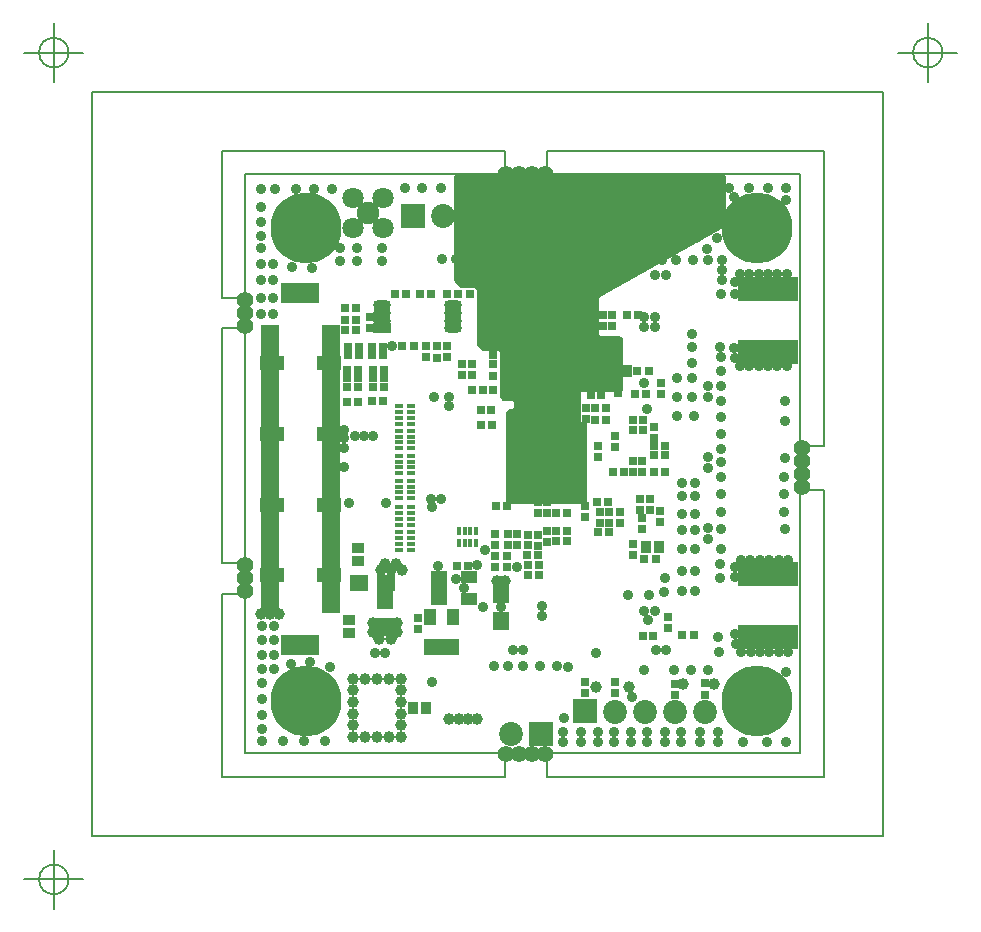
<source format=gbs>
G04 (created by PCBNEW-RS274X (2012-08-04 BZR 3667)-testing) date 10/19/2012 7:17:05 PM*
%MOIN*%
G04 Gerber Fmt 3.4, Leading zero omitted, Abs format*
%FSLAX34Y34*%
G01*
G70*
G90*
G04 APERTURE LIST*
%ADD10C,0.0017*%
%ADD11C,0.0059*%
%ADD12C,0.0077*%
%ADD13C,0.0395*%
%ADD14C,0.0357*%
%ADD15C,0.0554*%
%ADD16R,0.055X0.0588*%
%ADD17R,0.0253X0.0273*%
%ADD18R,0.0273X0.0253*%
%ADD19R,0.0392X0.0353*%
%ADD20R,0.0353X0.0392*%
%ADD21R,0.0273X0.0273*%
%ADD22R,0.0588X0.055*%
%ADD23C,0.2365*%
%ADD24R,0.2049X0.0789*%
%ADD25C,0.071*%
%ADD26C,0.075*%
%ADD27C,0.0797*%
%ADD28C,0.0675*%
%ADD29R,0.0797X0.0797*%
%ADD30R,0.0594X0.0338*%
%ADD31O,0.0594X0.0338*%
%ADD32O,0.0594X0.0337*%
%ADD33R,0.0543X0.0425*%
%ADD34R,0.0425X0.0543*%
%ADD35R,0.0632X0.0317*%
%ADD36R,0.0789X0.0475*%
%ADD37R,0.1298X0.0707*%
%ADD38R,0.0633X0.0318*%
%ADD39O,0.0273X0.0155*%
%ADD40R,0.0273X0.0155*%
%ADD41O,0.0155X0.0273*%
%ADD42R,0.0155X0.0273*%
%ADD43C,0.01*%
G04 APERTURE END LIST*
G54D10*
G54D11*
X41831Y-53937D02*
G75*
G03X41831Y-53937I-492J0D01*
G74*
G01*
X40355Y-53937D02*
X42323Y-53937D01*
X41339Y-52953D02*
X41339Y-54921D01*
X70964Y-26378D02*
G75*
G03X70964Y-26378I-492J0D01*
G74*
G01*
X69488Y-26378D02*
X71456Y-26378D01*
X70472Y-25394D02*
X70472Y-27362D01*
X41831Y-26378D02*
G75*
G03X41831Y-26378I-492J0D01*
G74*
G01*
X40355Y-26378D02*
X42323Y-26378D01*
X41339Y-25394D02*
X41339Y-27362D01*
G54D12*
X42606Y-52483D02*
X42606Y-27680D01*
X68983Y-52483D02*
X42606Y-52483D01*
X68983Y-27680D02*
X68983Y-52483D01*
X42606Y-27680D02*
X68983Y-27680D01*
X66228Y-30437D02*
X66228Y-39492D01*
X57764Y-30437D02*
X66228Y-30437D01*
X57764Y-29650D02*
X57764Y-30437D01*
X67016Y-29650D02*
X57764Y-29650D01*
X67016Y-39492D02*
X67016Y-29650D01*
X66228Y-39492D02*
X67016Y-39492D01*
X57764Y-50515D02*
X57764Y-49728D01*
X67016Y-50515D02*
X57764Y-50515D01*
X67016Y-40948D02*
X67016Y-50515D01*
X66228Y-40948D02*
X67016Y-40948D01*
X66228Y-49728D02*
X66228Y-40948D01*
X57764Y-49728D02*
X66228Y-49728D01*
X46936Y-50515D02*
X46936Y-44413D01*
X56386Y-50515D02*
X46936Y-50515D01*
X56386Y-49728D02*
X56386Y-50515D01*
X47724Y-49728D02*
X56386Y-49728D01*
X47724Y-44413D02*
X47724Y-49728D01*
X46936Y-44413D02*
X47724Y-44413D01*
X46936Y-43390D02*
X46936Y-35555D01*
X47724Y-43390D02*
X46936Y-43390D01*
X47724Y-35555D02*
X47724Y-43390D01*
X46936Y-35555D02*
X47724Y-35555D01*
X47724Y-30437D02*
X47724Y-34570D01*
X46936Y-34570D02*
X47724Y-34570D01*
X46936Y-29648D02*
X46936Y-34570D01*
X46936Y-29648D02*
X56384Y-29648D01*
X56384Y-29648D02*
X56384Y-30437D01*
X47724Y-30437D02*
X56384Y-30437D01*
G54D13*
X56102Y-43975D03*
G54D14*
X61013Y-44997D03*
X61363Y-45005D03*
X61158Y-45292D03*
X61386Y-35540D03*
X61024Y-35536D03*
X61024Y-35198D03*
X61394Y-35193D03*
X56791Y-43535D03*
X63583Y-34409D03*
G54D15*
X47725Y-34630D03*
X47725Y-35063D03*
X47725Y-35496D03*
X47725Y-44335D03*
X47725Y-43902D03*
X47725Y-43469D03*
X66268Y-39571D03*
X66268Y-40004D03*
X66268Y-40437D03*
X66268Y-40870D03*
G54D14*
X58185Y-40460D03*
X58185Y-40027D03*
X57968Y-40244D03*
X58401Y-40244D03*
X61129Y-38252D03*
X61011Y-37386D03*
X63553Y-36201D03*
X63571Y-36520D03*
X63571Y-36993D03*
X52273Y-32898D03*
X52272Y-33331D03*
X51445Y-33331D03*
X51446Y-32898D03*
X59398Y-33803D03*
X59005Y-33804D03*
X61367Y-33804D03*
X61760Y-33803D03*
X64005Y-31204D03*
X65736Y-31283D03*
X53610Y-30890D03*
X53059Y-30890D03*
X59791Y-30889D03*
X59201Y-30889D03*
X58571Y-30889D03*
X57901Y-30889D03*
X57311Y-30890D03*
X54240Y-30890D03*
X54831Y-30890D03*
X55461Y-30890D03*
X56130Y-30890D03*
X56721Y-30890D03*
X62783Y-30889D03*
X62193Y-30889D03*
X61563Y-30889D03*
X60893Y-30889D03*
X60382Y-30890D03*
X63335Y-30890D03*
X63846Y-30889D03*
X64516Y-30889D03*
X65146Y-30889D03*
X65736Y-30889D03*
X63127Y-32925D03*
X63138Y-33292D03*
X63600Y-33280D03*
X62655Y-33280D03*
X63453Y-32544D03*
X61484Y-32544D03*
X62065Y-32532D03*
X60894Y-32544D03*
X62744Y-32544D03*
X60658Y-33292D03*
X61120Y-33280D03*
X62065Y-33280D03*
X61603Y-33292D03*
X59752Y-33292D03*
X60214Y-33280D03*
X55953Y-33291D03*
X55312Y-33271D03*
X60343Y-32544D03*
X59269Y-33280D03*
X56465Y-33291D03*
X56965Y-33280D03*
X54289Y-33271D03*
X54762Y-33271D03*
X58807Y-33292D03*
X57410Y-33291D03*
X50618Y-30929D03*
X50895Y-32898D03*
X50894Y-33331D03*
X49281Y-33527D03*
X50028Y-30929D03*
X49950Y-33567D03*
X49398Y-30929D03*
X48728Y-30929D03*
X48256Y-35103D03*
X48650Y-35102D03*
X48650Y-34552D03*
X48256Y-34552D03*
X48256Y-33410D03*
X48650Y-33410D03*
X48650Y-33961D03*
X48256Y-33961D03*
X48255Y-32898D03*
X48255Y-32504D03*
X48255Y-32032D03*
X48255Y-31520D03*
X48256Y-30929D03*
X52627Y-36166D03*
X51995Y-39173D03*
X51680Y-39173D03*
X51365Y-39173D03*
X51010Y-39212D03*
X51004Y-38953D03*
X51012Y-39551D03*
X51012Y-40181D03*
X55718Y-42968D03*
X55450Y-43472D03*
X54248Y-41252D03*
X53937Y-41520D03*
X53925Y-41248D03*
X52413Y-41387D03*
X51196Y-41394D03*
X63602Y-33632D03*
X63612Y-33967D03*
X64016Y-36220D03*
X64043Y-36559D03*
X64035Y-34409D03*
X64043Y-34039D03*
X65462Y-33764D03*
X65776Y-33764D03*
X65146Y-33764D03*
X64832Y-33764D03*
X64202Y-33764D03*
X64516Y-33764D03*
X64516Y-36835D03*
X64202Y-36835D03*
X64832Y-36835D03*
X65146Y-36835D03*
X65776Y-36835D03*
X65462Y-36835D03*
X65697Y-42268D03*
X65696Y-41677D03*
X65696Y-41087D03*
X65696Y-40535D03*
X65697Y-37977D03*
X65697Y-38646D03*
X65697Y-39906D03*
X63570Y-40024D03*
X63570Y-39591D03*
X63571Y-39079D03*
X63571Y-38528D03*
X63571Y-37977D03*
X63570Y-42937D03*
X63570Y-40535D03*
X63570Y-41087D03*
X63570Y-41677D03*
X63571Y-42268D03*
X63137Y-42584D03*
X63138Y-42230D03*
X63138Y-39867D03*
X63137Y-40221D03*
X63136Y-37859D03*
X63137Y-37505D03*
X62626Y-36717D03*
X62626Y-36205D03*
X62626Y-35772D03*
X62626Y-37229D03*
X62626Y-37858D03*
X63571Y-37504D03*
X62114Y-38488D03*
X62665Y-38488D03*
X62114Y-37858D03*
X62114Y-37229D03*
X61169Y-44473D03*
X61721Y-43882D03*
X61681Y-44355D03*
X62274Y-40728D03*
X62271Y-41166D03*
X62271Y-41756D03*
X62271Y-42307D03*
X62271Y-44315D03*
X62272Y-43646D03*
X62271Y-42937D03*
X62704Y-42307D03*
X62704Y-41756D03*
X62704Y-41166D03*
X62697Y-40728D03*
X62704Y-42937D03*
X62705Y-43646D03*
X62704Y-44315D03*
X58618Y-40460D03*
X57752Y-40460D03*
X57319Y-40460D03*
X56886Y-40460D03*
X56669Y-40677D03*
X57102Y-40677D03*
X57539Y-40677D03*
X57968Y-40677D03*
X58401Y-40677D03*
X58834Y-40677D03*
X58834Y-41110D03*
X58401Y-41110D03*
X57968Y-41110D03*
X57539Y-41110D03*
X57102Y-41110D03*
X56669Y-41110D03*
X56886Y-40893D03*
X57319Y-40893D03*
X58185Y-40893D03*
X57752Y-40893D03*
X58618Y-40893D03*
X58618Y-40027D03*
X57752Y-40027D03*
X57319Y-40027D03*
X56886Y-40027D03*
X56669Y-40244D03*
X57102Y-40244D03*
X57539Y-40244D03*
X58834Y-40244D03*
X58834Y-39811D03*
X58401Y-39811D03*
X57968Y-39811D03*
X57539Y-39811D03*
X57102Y-39811D03*
X56669Y-39811D03*
X56886Y-39594D03*
X57319Y-39594D03*
X58185Y-39594D03*
X57752Y-39594D03*
X58618Y-39594D03*
X58618Y-39161D03*
X57752Y-39161D03*
X58185Y-39161D03*
X57319Y-39161D03*
X56886Y-39161D03*
X56669Y-39378D03*
X57102Y-39378D03*
X57539Y-39378D03*
X57968Y-39378D03*
X58401Y-39378D03*
X58834Y-39378D03*
X58834Y-38945D03*
X58401Y-38945D03*
X57968Y-38945D03*
X57539Y-38945D03*
X57102Y-38945D03*
X56669Y-38945D03*
X64055Y-43533D03*
X64045Y-43858D03*
X64555Y-43282D03*
X64241Y-43282D03*
X64871Y-43282D03*
X65185Y-43282D03*
X65815Y-43282D03*
X65501Y-43282D03*
X65510Y-46353D03*
X65824Y-46353D03*
X65194Y-46353D03*
X64880Y-46353D03*
X64065Y-46083D03*
X64035Y-45758D03*
X63514Y-46358D03*
X64250Y-46353D03*
X64564Y-46353D03*
X63553Y-43435D03*
X63553Y-43907D03*
X63494Y-45856D03*
X60472Y-44461D03*
X57598Y-45152D03*
X57598Y-44837D03*
X56249Y-44866D03*
X55658Y-44866D03*
X54516Y-38173D03*
X54516Y-37858D03*
X54005Y-37858D03*
X55028Y-44236D03*
X54162Y-43488D03*
X54756Y-43909D03*
X65736Y-47032D03*
X64319Y-49355D03*
X65736Y-49355D03*
X65106Y-49355D03*
X60622Y-47855D03*
X62889Y-49028D03*
X62889Y-49343D03*
X63480Y-49343D03*
X63480Y-49028D03*
X60566Y-49028D03*
X60566Y-49343D03*
X61118Y-49343D03*
X61118Y-49028D03*
X62260Y-49028D03*
X62260Y-49343D03*
X61709Y-49343D03*
X61709Y-49028D03*
X59465Y-49028D03*
X59465Y-49343D03*
X60016Y-49343D03*
X60016Y-49028D03*
X58914Y-49028D03*
X58914Y-49343D03*
X58323Y-49343D03*
X58323Y-49028D03*
X58335Y-48567D03*
X63138Y-46953D03*
X62587Y-46953D03*
X61012Y-46941D03*
X62004Y-46957D03*
X58465Y-46850D03*
X58099Y-46835D03*
X57547Y-46835D03*
X56996Y-46835D03*
X56484Y-46835D03*
X56012Y-46835D03*
X53932Y-47357D03*
X59417Y-46406D03*
X61760Y-46284D03*
X61406Y-46284D03*
X56642Y-46284D03*
X56996Y-46284D03*
X52378Y-46382D03*
X52031Y-46382D03*
X50539Y-46873D03*
X49870Y-46676D03*
X49240Y-46755D03*
X48295Y-45968D03*
X48689Y-45968D03*
X48689Y-45496D03*
X48295Y-45496D03*
X48295Y-46441D03*
X48689Y-46441D03*
X48689Y-46913D03*
X48295Y-46913D03*
X48295Y-47386D03*
X48295Y-47937D03*
X48295Y-48449D03*
X48295Y-48921D03*
X48295Y-49315D03*
X48965Y-49315D03*
X49673Y-49315D03*
X50382Y-49315D03*
G54D13*
X48861Y-45087D03*
X48546Y-45087D03*
X48231Y-45087D03*
X52389Y-43424D03*
X52744Y-43424D03*
X52941Y-43620D03*
X52586Y-43621D03*
X52782Y-45375D03*
X52782Y-45690D03*
X52584Y-45927D03*
X52190Y-45927D03*
X51994Y-45690D03*
X51994Y-45375D03*
G54D16*
X52390Y-44611D03*
X52390Y-45515D03*
X56248Y-44414D03*
X56248Y-45318D03*
G54D17*
X53906Y-34410D03*
X53536Y-34410D03*
X51512Y-36189D03*
X51142Y-36189D03*
X62295Y-45787D03*
X62665Y-45787D03*
X53331Y-36146D03*
X52961Y-36146D03*
G54D18*
X51886Y-35189D03*
X51886Y-35559D03*
G54D17*
X51402Y-35638D03*
X51032Y-35638D03*
X51488Y-38008D03*
X51118Y-38008D03*
G54D18*
X53740Y-36166D03*
X53740Y-36536D03*
G54D17*
X51512Y-36461D03*
X51142Y-36461D03*
X51476Y-37232D03*
X51106Y-37232D03*
X51969Y-37240D03*
X52339Y-37240D03*
X51941Y-36197D03*
X52311Y-36197D03*
G54D18*
X54110Y-36543D03*
X54110Y-36173D03*
G54D17*
X51945Y-37992D03*
X52315Y-37992D03*
X53079Y-34410D03*
X52709Y-34410D03*
G54D18*
X54457Y-36146D03*
X54457Y-36516D03*
G54D17*
X51480Y-37508D03*
X51110Y-37508D03*
X54453Y-34433D03*
X54823Y-34433D03*
G54D18*
X59646Y-35130D03*
X59646Y-35500D03*
X59961Y-35130D03*
X59961Y-35500D03*
X59039Y-47713D03*
X59039Y-47343D03*
X60047Y-47721D03*
X60047Y-47351D03*
X62036Y-47807D03*
X62036Y-47437D03*
X63051Y-47776D03*
X63051Y-47406D03*
X56484Y-42792D03*
X56484Y-42422D03*
G54D17*
X58087Y-42642D03*
X58457Y-42642D03*
X55658Y-37614D03*
X55288Y-37614D03*
G54D18*
X55284Y-36764D03*
X55284Y-37134D03*
G54D17*
X59382Y-38228D03*
X59752Y-38228D03*
X59488Y-42347D03*
X59858Y-42347D03*
X59831Y-42044D03*
X60201Y-42044D03*
X61713Y-39500D03*
X61343Y-39500D03*
X59382Y-38610D03*
X59752Y-38610D03*
G54D18*
X60638Y-39984D03*
X60638Y-40354D03*
G54D17*
X59969Y-40355D03*
X60339Y-40355D03*
X61358Y-40351D03*
X61728Y-40351D03*
G54D18*
X61551Y-41642D03*
X61551Y-42012D03*
X56764Y-42421D03*
X56764Y-42791D03*
G54D17*
X60697Y-37768D03*
X61067Y-37768D03*
X51965Y-36953D03*
X52335Y-36953D03*
G54D18*
X60646Y-42760D03*
X60646Y-43130D03*
G54D17*
X61398Y-43256D03*
X61028Y-43256D03*
X60795Y-36981D03*
X61165Y-36981D03*
G54D18*
X61571Y-37756D03*
X61571Y-37386D03*
X57768Y-42685D03*
X57768Y-42315D03*
G54D17*
X61721Y-39799D03*
X61351Y-39799D03*
X55941Y-38776D03*
X55571Y-38776D03*
G54D18*
X56051Y-43146D03*
X56051Y-43516D03*
G54D17*
X51410Y-34890D03*
X51040Y-34890D03*
X51040Y-35280D03*
X51410Y-35280D03*
X52339Y-37512D03*
X51969Y-37512D03*
X51476Y-36957D03*
X51106Y-36957D03*
X51941Y-36469D03*
X52311Y-36469D03*
X57484Y-43122D03*
X57114Y-43122D03*
G54D18*
X57465Y-42449D03*
X57465Y-42819D03*
G54D19*
X51473Y-43325D03*
X51473Y-42895D03*
G54D20*
X60440Y-36984D03*
X60010Y-36984D03*
X53309Y-48228D03*
X53739Y-48228D03*
X61073Y-42847D03*
X61503Y-42847D03*
G54D19*
X51169Y-45305D03*
X51169Y-45735D03*
G54D21*
X61228Y-41626D03*
X61228Y-41272D03*
X60949Y-40346D03*
X60949Y-39992D03*
X60878Y-41626D03*
X60878Y-41272D03*
X60634Y-38634D03*
X60988Y-38634D03*
X56441Y-41504D03*
X56087Y-41504D03*
X60634Y-38945D03*
X60988Y-38945D03*
X56047Y-42426D03*
X56047Y-42780D03*
X55130Y-43477D03*
X54776Y-43477D03*
X57500Y-43783D03*
X57146Y-43783D03*
X55981Y-37610D03*
X56335Y-37610D03*
X57500Y-43453D03*
X57146Y-43453D03*
X57150Y-42445D03*
X57150Y-42799D03*
X55209Y-34425D03*
X55563Y-34425D03*
X60445Y-35130D03*
X60799Y-35130D03*
X61827Y-45543D03*
X61827Y-45189D03*
X61319Y-45811D03*
X60965Y-45811D03*
X59539Y-42047D03*
X59539Y-41693D03*
X54949Y-37126D03*
X54949Y-36772D03*
X57768Y-41721D03*
X57768Y-41367D03*
X57484Y-41717D03*
X57484Y-41363D03*
X59476Y-39843D03*
X59476Y-39489D03*
X55929Y-38299D03*
X55575Y-38299D03*
X56437Y-43166D03*
X56437Y-43520D03*
X59067Y-38217D03*
X58713Y-38217D03*
X59075Y-38595D03*
X58721Y-38595D03*
X61343Y-39209D03*
X61343Y-38855D03*
X60039Y-39169D03*
X60039Y-39523D03*
X59043Y-41854D03*
X59043Y-41500D03*
X60162Y-37732D03*
X60162Y-37378D03*
X60205Y-41685D03*
X59851Y-41685D03*
X60941Y-41890D03*
X60941Y-42244D03*
X55981Y-37169D03*
X56335Y-37169D03*
X55977Y-36756D03*
X56331Y-36756D03*
X55988Y-36453D03*
X56342Y-36453D03*
X59236Y-37780D03*
X59236Y-37426D03*
X59579Y-37780D03*
X59579Y-37426D03*
X58087Y-42339D03*
X58441Y-42339D03*
X58079Y-41717D03*
X58433Y-41717D03*
X53469Y-45225D03*
X53469Y-45579D03*
X59445Y-41343D03*
X59799Y-41343D03*
G54D22*
X52409Y-44044D03*
X51505Y-44044D03*
G54D23*
X49752Y-32228D03*
X64791Y-32228D03*
X64791Y-47975D03*
X49752Y-47975D03*
G54D13*
X56378Y-43975D03*
X52232Y-43621D03*
X52112Y-49195D03*
X51720Y-49197D03*
X52507Y-49197D03*
X51325Y-49197D03*
X52902Y-49197D03*
X51325Y-48802D03*
X51325Y-48410D03*
X51325Y-48015D03*
X51325Y-47622D03*
X51325Y-47267D03*
X51720Y-47267D03*
X52114Y-47267D03*
X52507Y-47267D03*
X52900Y-47267D03*
X52900Y-47622D03*
X52900Y-48015D03*
X52900Y-48410D03*
X52900Y-48802D03*
G54D15*
X56426Y-49768D03*
X56859Y-49768D03*
X57292Y-49768D03*
X57726Y-49768D03*
X56425Y-30437D03*
X56858Y-30437D03*
X57291Y-30437D03*
X57725Y-30437D03*
G54D13*
X54516Y-48607D03*
X54831Y-48607D03*
X55146Y-48607D03*
X55461Y-48607D03*
X59419Y-47520D03*
X60512Y-47510D03*
X62312Y-47426D03*
X63336Y-47426D03*
G54D24*
X65161Y-45867D03*
X65161Y-43763D03*
X65145Y-36350D03*
X65145Y-34246D03*
G54D25*
X51299Y-32217D03*
X52299Y-32217D03*
X52299Y-31217D03*
X51299Y-31217D03*
G54D26*
X51799Y-31717D03*
G54D27*
X58307Y-31834D03*
X57307Y-31834D03*
G54D28*
X56307Y-31834D03*
G54D27*
X55307Y-31834D03*
G54D29*
X53307Y-31814D03*
G54D27*
X54307Y-31834D03*
G54D29*
X57576Y-49079D03*
G54D27*
X56576Y-49079D03*
G54D30*
X52291Y-35567D03*
G54D31*
X52291Y-35311D03*
X52291Y-35055D03*
X52291Y-34799D03*
G54D32*
X54654Y-35567D03*
G54D31*
X54654Y-35311D03*
X54654Y-35055D03*
X54654Y-34799D03*
G54D33*
X54184Y-44603D03*
X54184Y-43853D03*
X55184Y-44603D03*
X54184Y-44228D03*
X55184Y-43853D03*
G54D34*
X54646Y-46200D03*
X53896Y-46200D03*
X54646Y-45200D03*
X54271Y-46200D03*
X53896Y-45200D03*
G54D35*
X48532Y-35636D03*
X48532Y-35832D03*
X48532Y-36029D03*
X48532Y-36226D03*
X48532Y-36422D03*
X50576Y-36422D03*
X50576Y-36226D03*
X50578Y-36029D03*
X50578Y-35832D03*
X50578Y-35636D03*
X48534Y-37009D03*
X48534Y-37207D03*
X48534Y-37404D03*
X48534Y-37599D03*
X48534Y-37797D03*
X48534Y-37994D03*
X48534Y-38189D03*
X48534Y-38387D03*
X48534Y-38586D03*
X48534Y-38782D03*
X50578Y-38782D03*
X50581Y-38584D03*
X50581Y-38387D03*
X50578Y-38189D03*
X50578Y-37994D03*
X50581Y-37796D03*
X50581Y-37599D03*
X50581Y-37402D03*
X50581Y-37206D03*
X50581Y-37009D03*
X50581Y-39371D03*
X50581Y-39567D03*
X50581Y-39764D03*
X50581Y-39961D03*
X50581Y-40157D03*
X50579Y-40356D03*
X50579Y-40551D03*
X50581Y-40749D03*
X50581Y-40946D03*
X50579Y-41144D03*
X48534Y-41144D03*
X48534Y-40947D03*
X48534Y-40749D03*
X48534Y-40551D03*
X48534Y-40356D03*
X48534Y-40159D03*
X48534Y-39961D03*
X48534Y-39766D03*
X48534Y-39569D03*
X48534Y-39371D03*
X48530Y-41736D03*
X48530Y-41934D03*
X48530Y-42131D03*
X48530Y-42327D03*
X48530Y-42524D03*
X48530Y-42721D03*
X48530Y-42917D03*
X48530Y-43114D03*
X48530Y-43312D03*
X48530Y-43509D03*
X50578Y-44099D03*
X50578Y-44296D03*
X50578Y-44492D03*
X50576Y-44689D03*
X50576Y-44886D03*
G54D36*
X50498Y-39079D03*
X48610Y-39079D03*
X48610Y-41441D03*
X50498Y-41441D03*
X48610Y-36716D03*
X50498Y-36716D03*
X50498Y-43804D03*
G54D37*
X49554Y-34374D03*
X49554Y-46140D03*
G54D36*
X48610Y-43804D03*
G54D35*
X48532Y-44886D03*
G54D38*
X48531Y-44689D03*
G54D35*
X48532Y-44492D03*
X48532Y-44296D03*
X48532Y-44099D03*
X50576Y-43509D03*
X50577Y-43311D03*
X50577Y-43114D03*
X50576Y-42917D03*
X50576Y-42721D03*
X50577Y-42523D03*
X50577Y-42327D03*
X50577Y-42130D03*
X50577Y-41933D03*
X50577Y-41736D03*
G54D39*
X53256Y-38752D03*
X53256Y-38555D03*
X53256Y-38162D03*
X52862Y-38162D03*
G54D40*
X52862Y-38752D03*
G54D39*
X53256Y-38359D03*
X52862Y-38359D03*
X52862Y-38555D03*
X53256Y-39567D03*
X53256Y-39370D03*
X53256Y-38977D03*
X52862Y-38977D03*
G54D40*
X52862Y-39567D03*
G54D39*
X53256Y-39174D03*
X52862Y-39174D03*
X52862Y-39370D03*
X53256Y-40402D03*
X53256Y-40205D03*
X53256Y-39812D03*
X52862Y-39812D03*
G54D40*
X52862Y-40402D03*
G54D39*
X53256Y-40009D03*
X52862Y-40009D03*
X52862Y-40205D03*
X53256Y-41236D03*
X53256Y-41039D03*
X53256Y-40646D03*
X52862Y-40646D03*
G54D40*
X52862Y-41236D03*
G54D39*
X53256Y-40843D03*
X52862Y-40843D03*
X52862Y-41039D03*
X53256Y-42122D03*
X53256Y-41925D03*
X53256Y-41532D03*
X52862Y-41532D03*
G54D40*
X52862Y-42122D03*
G54D39*
X53256Y-41729D03*
X52862Y-41729D03*
X52862Y-41925D03*
X53256Y-42941D03*
X53256Y-42744D03*
X53256Y-42351D03*
X52862Y-42351D03*
G54D40*
X52862Y-42941D03*
G54D39*
X53256Y-42548D03*
X52862Y-42548D03*
X52862Y-42744D03*
G54D41*
X55425Y-42319D03*
X55228Y-42319D03*
X54835Y-42319D03*
X54835Y-42713D03*
G54D42*
X55425Y-42713D03*
G54D41*
X55032Y-42319D03*
X55032Y-42713D03*
X55228Y-42713D03*
G54D27*
X63314Y-31834D03*
X62314Y-31834D03*
X61314Y-31834D03*
G54D29*
X59314Y-31814D03*
G54D27*
X60314Y-31834D03*
X63043Y-48350D03*
X62043Y-48350D03*
X61043Y-48350D03*
G54D29*
X59043Y-48330D03*
G54D27*
X60043Y-48350D03*
G54D10*
G36*
X59047Y-41347D02*
X59043Y-38740D01*
X58862Y-38740D01*
X58862Y-37610D01*
X60248Y-37610D01*
X60248Y-35906D01*
X60154Y-35847D01*
X59520Y-35847D01*
X59445Y-35764D01*
X59437Y-34540D01*
X59567Y-34410D01*
X63673Y-32114D01*
X63673Y-30504D01*
X54728Y-30504D01*
X54721Y-33945D01*
X54929Y-34154D01*
X55374Y-34154D01*
X55488Y-34272D01*
X55492Y-36134D01*
X55630Y-36272D01*
X56185Y-36272D01*
X56232Y-36319D01*
X56232Y-37815D01*
X56327Y-37914D01*
X56646Y-37914D01*
X56709Y-37977D01*
X56709Y-38201D01*
X56634Y-38276D01*
X56543Y-38276D01*
X56453Y-38370D01*
X56449Y-41347D01*
X59047Y-41347D01*
X59047Y-41347D01*
G37*
G54D43*
X59047Y-41347D02*
X59043Y-38740D01*
X58862Y-38740D01*
X58862Y-37610D01*
X60248Y-37610D01*
X60248Y-35906D01*
X60154Y-35847D01*
X59520Y-35847D01*
X59445Y-35764D01*
X59437Y-34540D01*
X59567Y-34410D01*
X63673Y-32114D01*
X63673Y-30504D01*
X54728Y-30504D01*
X54721Y-33945D01*
X54929Y-34154D01*
X55374Y-34154D01*
X55488Y-34272D01*
X55492Y-36134D01*
X55630Y-36272D01*
X56185Y-36272D01*
X56232Y-36319D01*
X56232Y-37815D01*
X56327Y-37914D01*
X56646Y-37914D01*
X56709Y-37977D01*
X56709Y-38201D01*
X56634Y-38276D01*
X56543Y-38276D01*
X56453Y-38370D01*
X56449Y-41347D01*
X59047Y-41347D01*
M02*

</source>
